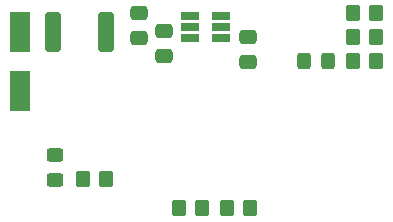
<source format=gbr>
%TF.GenerationSoftware,KiCad,Pcbnew,(6.0.7-1)-1*%
%TF.CreationDate,2024-09-17T13:20:57+05:30*%
%TF.ProjectId,DIY_BMS,4449595f-424d-4532-9e6b-696361645f70,rev?*%
%TF.SameCoordinates,Original*%
%TF.FileFunction,Paste,Top*%
%TF.FilePolarity,Positive*%
%FSLAX46Y46*%
G04 Gerber Fmt 4.6, Leading zero omitted, Abs format (unit mm)*
G04 Created by KiCad (PCBNEW (6.0.7-1)-1) date 2024-09-17 13:20:57*
%MOMM*%
%LPD*%
G01*
G04 APERTURE LIST*
G04 Aperture macros list*
%AMRoundRect*
0 Rectangle with rounded corners*
0 $1 Rounding radius*
0 $2 $3 $4 $5 $6 $7 $8 $9 X,Y pos of 4 corners*
0 Add a 4 corners polygon primitive as box body*
4,1,4,$2,$3,$4,$5,$6,$7,$8,$9,$2,$3,0*
0 Add four circle primitives for the rounded corners*
1,1,$1+$1,$2,$3*
1,1,$1+$1,$4,$5*
1,1,$1+$1,$6,$7*
1,1,$1+$1,$8,$9*
0 Add four rect primitives between the rounded corners*
20,1,$1+$1,$2,$3,$4,$5,0*
20,1,$1+$1,$4,$5,$6,$7,0*
20,1,$1+$1,$6,$7,$8,$9,0*
20,1,$1+$1,$8,$9,$2,$3,0*%
G04 Aperture macros list end*
%ADD10R,1.800000X3.500000*%
%ADD11RoundRect,0.250000X0.400000X1.450000X-0.400000X1.450000X-0.400000X-1.450000X0.400000X-1.450000X0*%
%ADD12RoundRect,0.250000X0.350000X0.450000X-0.350000X0.450000X-0.350000X-0.450000X0.350000X-0.450000X0*%
%ADD13RoundRect,0.250000X-0.350000X-0.450000X0.350000X-0.450000X0.350000X0.450000X-0.350000X0.450000X0*%
%ADD14RoundRect,0.250000X0.325000X0.450000X-0.325000X0.450000X-0.325000X-0.450000X0.325000X-0.450000X0*%
%ADD15RoundRect,0.250000X-0.475000X0.337500X-0.475000X-0.337500X0.475000X-0.337500X0.475000X0.337500X0*%
%ADD16RoundRect,0.250000X0.450000X-0.325000X0.450000X0.325000X-0.450000X0.325000X-0.450000X-0.325000X0*%
%ADD17RoundRect,0.250000X0.475000X-0.337500X0.475000X0.337500X-0.475000X0.337500X-0.475000X-0.337500X0*%
%ADD18R,1.560000X0.650000*%
G04 APERTURE END LIST*
D10*
%TO.C,D1*%
X127051600Y-91012000D03*
X127051600Y-96012000D03*
%TD*%
D11*
%TO.C,F1*%
X134305000Y-90962000D03*
X129855000Y-90962000D03*
%TD*%
D12*
%TO.C,R3*%
X146542000Y-105918000D03*
X144542000Y-105918000D03*
%TD*%
D13*
%TO.C,R9*%
X155210000Y-89408000D03*
X157210000Y-89408000D03*
%TD*%
%TO.C,R8*%
X155226000Y-91440000D03*
X157226000Y-91440000D03*
%TD*%
%TO.C,R2*%
X132350000Y-103399800D03*
X134350000Y-103399800D03*
%TD*%
D14*
%TO.C,D3*%
X153171000Y-93472000D03*
X151121000Y-93472000D03*
%TD*%
D12*
%TO.C,R10*%
X157226000Y-93472000D03*
X155226000Y-93472000D03*
%TD*%
%TO.C,R4*%
X142478000Y-105918000D03*
X140478000Y-105918000D03*
%TD*%
D15*
%TO.C,C3*%
X146360000Y-91432500D03*
X146360000Y-93507500D03*
%TD*%
D16*
%TO.C,D2*%
X130048000Y-103479800D03*
X130048000Y-101429800D03*
%TD*%
D17*
%TO.C,C1*%
X137160000Y-91461500D03*
X137160000Y-89386500D03*
%TD*%
D18*
%TO.C,U1*%
X144108600Y-91502600D03*
X144108600Y-90552600D03*
X144108600Y-89602600D03*
X141408600Y-89602600D03*
X141408600Y-90552600D03*
X141408600Y-91502600D03*
%TD*%
D15*
%TO.C,C2*%
X139260000Y-90924000D03*
X139260000Y-92999000D03*
%TD*%
M02*

</source>
